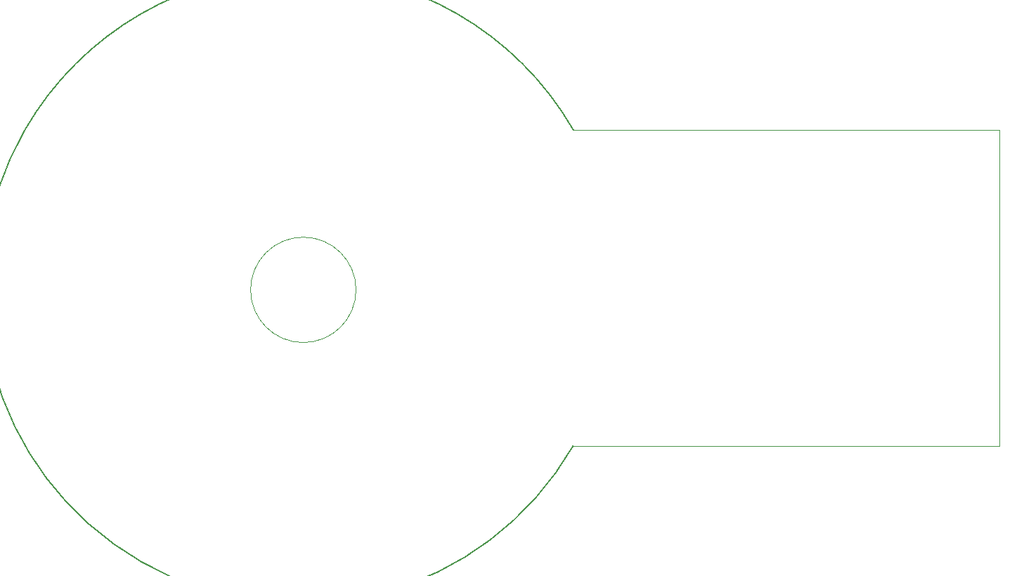
<source format=gbr>
%TF.GenerationSoftware,KiCad,Pcbnew,6.0.6-3a73a75311~116~ubuntu20.04.1*%
%TF.CreationDate,2022-07-28T19:13:06-04:00*%
%TF.ProjectId,pcb_coil_test,7063625f-636f-4696-9c5f-746573742e6b,rev?*%
%TF.SameCoordinates,Original*%
%TF.FileFunction,Profile,NP*%
%FSLAX46Y46*%
G04 Gerber Fmt 4.6, Leading zero omitted, Abs format (unit mm)*
G04 Created by KiCad (PCBNEW 6.0.6-3a73a75311~116~ubuntu20.04.1) date 2022-07-28 19:13:06*
%MOMM*%
%LPD*%
G01*
G04 APERTURE LIST*
%TA.AperFunction,Profile*%
%ADD10C,0.100000*%
%TD*%
%TA.AperFunction,Profile*%
%ADD11C,0.150000*%
%TD*%
G04 APERTURE END LIST*
D10*
X214630000Y-124460000D02*
G75*
G03*
X214630000Y-124460000I-6350000J0D01*
G01*
X292100000Y-105156000D02*
X240792000Y-105156000D01*
X292100000Y-143256000D02*
X292100000Y-105156000D01*
X240792000Y-143256000D02*
X292100000Y-143256000D01*
D11*
X240792000Y-105156000D02*
G75*
G03*
X174752000Y-105156000I-33020000J-19064106D01*
G01*
X174751998Y-105155999D02*
G75*
G03*
X240792000Y-143256000I33026110J-19039412D01*
G01*
M02*

</source>
